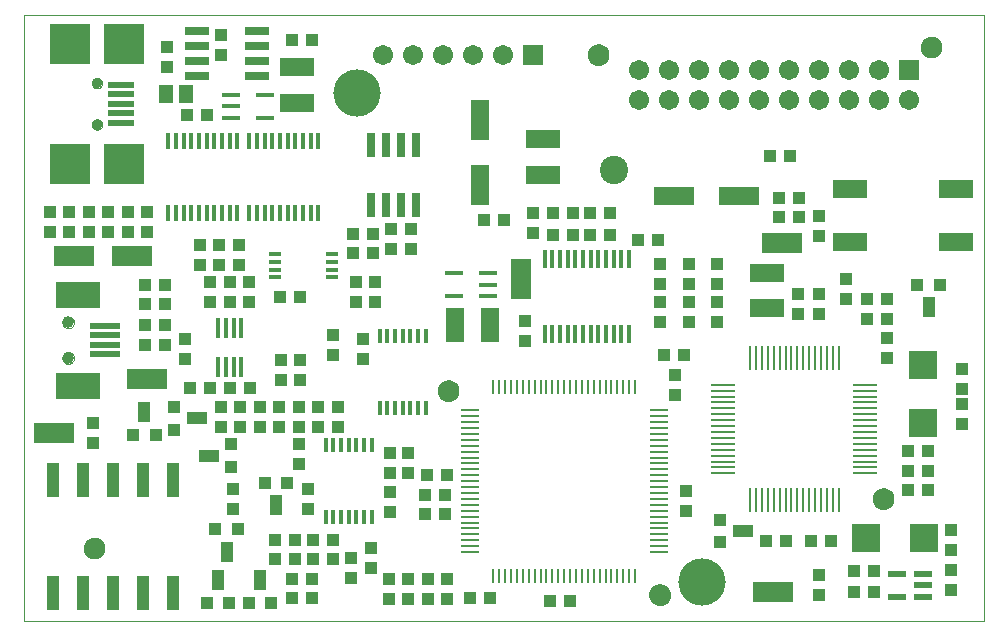
<source format=gts>
G75*
G70*
%OFA0B0*%
%FSLAX24Y24*%
%IPPOS*%
%LPD*%
%AMOC8*
5,1,8,0,0,1.08239X$1,22.5*
%
%ADD10C,0.0010*%
%ADD11C,0.0400*%
%ADD12R,0.0591X0.0157*%
%ADD13R,0.0906X0.0197*%
%ADD14R,0.1378X0.1378*%
%ADD15C,0.0000*%
%ADD16C,0.0354*%
%ADD17R,0.0433X0.0394*%
%ADD18R,0.0591X0.0098*%
%ADD19R,0.0098X0.0492*%
%ADD20R,0.0945X0.0945*%
%ADD21R,0.0591X0.0197*%
%ADD22R,0.0098X0.0787*%
%ADD23R,0.0787X0.0098*%
%ADD24R,0.1496X0.0906*%
%ADD25R,0.0984X0.0217*%
%ADD26C,0.0394*%
%ADD27R,0.0142X0.0512*%
%ADD28R,0.0394X0.0433*%
%ADD29R,0.1142X0.0591*%
%ADD30R,0.0675X0.0675*%
%ADD31C,0.0675*%
%ADD32R,0.0400X0.0400*%
%ADD33R,0.0400X0.0700*%
%ADD34R,0.0700X0.0400*%
%ADD35R,0.0118X0.0591*%
%ADD36R,0.0142X0.0551*%
%ADD37R,0.0512X0.0591*%
%ADD38R,0.0128X0.0709*%
%ADD39R,0.0260X0.0800*%
%ADD40R,0.0591X0.1142*%
%ADD41R,0.0402X0.0161*%
%ADD42R,0.0394X0.1181*%
%ADD43R,0.1181X0.0591*%
%ADD44R,0.1378X0.0591*%
%ADD45R,0.0591X0.1378*%
%ADD46R,0.0700X0.1350*%
%ADD47R,0.1350X0.0700*%
%ADD48C,0.0945*%
%ADD49R,0.0800X0.0260*%
%ADD50C,0.1575*%
D10*
X000450Y000105D02*
X032450Y000105D01*
X032450Y020305D01*
X000450Y020305D01*
X000450Y000105D01*
D11*
X002642Y002505D02*
X002644Y002530D01*
X002650Y002554D01*
X002659Y002577D01*
X002672Y002598D01*
X002688Y002617D01*
X002707Y002633D01*
X002728Y002646D01*
X002751Y002655D01*
X002775Y002661D01*
X002800Y002663D01*
X002825Y002661D01*
X002849Y002655D01*
X002872Y002646D01*
X002893Y002633D01*
X002912Y002617D01*
X002928Y002598D01*
X002941Y002577D01*
X002950Y002554D01*
X002956Y002530D01*
X002958Y002505D01*
X002956Y002480D01*
X002950Y002456D01*
X002941Y002433D01*
X002928Y002412D01*
X002912Y002393D01*
X002893Y002377D01*
X002872Y002364D01*
X002849Y002355D01*
X002825Y002349D01*
X002800Y002347D01*
X002775Y002349D01*
X002751Y002355D01*
X002728Y002364D01*
X002707Y002377D01*
X002688Y002393D01*
X002672Y002412D01*
X002659Y002433D01*
X002650Y002456D01*
X002644Y002480D01*
X002642Y002505D01*
X014442Y007755D02*
X014444Y007780D01*
X014450Y007804D01*
X014459Y007827D01*
X014472Y007848D01*
X014488Y007867D01*
X014507Y007883D01*
X014528Y007896D01*
X014551Y007905D01*
X014575Y007911D01*
X014600Y007913D01*
X014625Y007911D01*
X014649Y007905D01*
X014672Y007896D01*
X014693Y007883D01*
X014712Y007867D01*
X014728Y007848D01*
X014741Y007827D01*
X014750Y007804D01*
X014756Y007780D01*
X014758Y007755D01*
X014756Y007730D01*
X014750Y007706D01*
X014741Y007683D01*
X014728Y007662D01*
X014712Y007643D01*
X014693Y007627D01*
X014672Y007614D01*
X014649Y007605D01*
X014625Y007599D01*
X014600Y007597D01*
X014575Y007599D01*
X014551Y007605D01*
X014528Y007614D01*
X014507Y007627D01*
X014488Y007643D01*
X014472Y007662D01*
X014459Y007683D01*
X014450Y007706D01*
X014444Y007730D01*
X014442Y007755D01*
X021492Y000955D02*
X021494Y000980D01*
X021500Y001004D01*
X021509Y001027D01*
X021522Y001048D01*
X021538Y001067D01*
X021557Y001083D01*
X021578Y001096D01*
X021601Y001105D01*
X021625Y001111D01*
X021650Y001113D01*
X021675Y001111D01*
X021699Y001105D01*
X021722Y001096D01*
X021743Y001083D01*
X021762Y001067D01*
X021778Y001048D01*
X021791Y001027D01*
X021800Y001004D01*
X021806Y000980D01*
X021808Y000955D01*
X021806Y000930D01*
X021800Y000906D01*
X021791Y000883D01*
X021778Y000862D01*
X021762Y000843D01*
X021743Y000827D01*
X021722Y000814D01*
X021699Y000805D01*
X021675Y000799D01*
X021650Y000797D01*
X021625Y000799D01*
X021601Y000805D01*
X021578Y000814D01*
X021557Y000827D01*
X021538Y000843D01*
X021522Y000862D01*
X021509Y000883D01*
X021500Y000906D01*
X021494Y000930D01*
X021492Y000955D01*
X028942Y004155D02*
X028944Y004180D01*
X028950Y004204D01*
X028959Y004227D01*
X028972Y004248D01*
X028988Y004267D01*
X029007Y004283D01*
X029028Y004296D01*
X029051Y004305D01*
X029075Y004311D01*
X029100Y004313D01*
X029125Y004311D01*
X029149Y004305D01*
X029172Y004296D01*
X029193Y004283D01*
X029212Y004267D01*
X029228Y004248D01*
X029241Y004227D01*
X029250Y004204D01*
X029256Y004180D01*
X029258Y004155D01*
X029256Y004130D01*
X029250Y004106D01*
X029241Y004083D01*
X029228Y004062D01*
X029212Y004043D01*
X029193Y004027D01*
X029172Y004014D01*
X029149Y004005D01*
X029125Y003999D01*
X029100Y003997D01*
X029075Y003999D01*
X029051Y004005D01*
X029028Y004014D01*
X029007Y004027D01*
X028988Y004043D01*
X028972Y004062D01*
X028959Y004083D01*
X028950Y004106D01*
X028944Y004130D01*
X028942Y004155D01*
X019442Y018955D02*
X019444Y018980D01*
X019450Y019004D01*
X019459Y019027D01*
X019472Y019048D01*
X019488Y019067D01*
X019507Y019083D01*
X019528Y019096D01*
X019551Y019105D01*
X019575Y019111D01*
X019600Y019113D01*
X019625Y019111D01*
X019649Y019105D01*
X019672Y019096D01*
X019693Y019083D01*
X019712Y019067D01*
X019728Y019048D01*
X019741Y019027D01*
X019750Y019004D01*
X019756Y018980D01*
X019758Y018955D01*
X019756Y018930D01*
X019750Y018906D01*
X019741Y018883D01*
X019728Y018862D01*
X019712Y018843D01*
X019693Y018827D01*
X019672Y018814D01*
X019649Y018805D01*
X019625Y018799D01*
X019600Y018797D01*
X019575Y018799D01*
X019551Y018805D01*
X019528Y018814D01*
X019507Y018827D01*
X019488Y018843D01*
X019472Y018862D01*
X019459Y018883D01*
X019450Y018906D01*
X019444Y018930D01*
X019442Y018955D01*
X030542Y019205D02*
X030544Y019230D01*
X030550Y019254D01*
X030559Y019277D01*
X030572Y019298D01*
X030588Y019317D01*
X030607Y019333D01*
X030628Y019346D01*
X030651Y019355D01*
X030675Y019361D01*
X030700Y019363D01*
X030725Y019361D01*
X030749Y019355D01*
X030772Y019346D01*
X030793Y019333D01*
X030812Y019317D01*
X030828Y019298D01*
X030841Y019277D01*
X030850Y019254D01*
X030856Y019230D01*
X030858Y019205D01*
X030856Y019180D01*
X030850Y019156D01*
X030841Y019133D01*
X030828Y019112D01*
X030812Y019093D01*
X030793Y019077D01*
X030772Y019064D01*
X030749Y019055D01*
X030725Y019049D01*
X030700Y019047D01*
X030675Y019049D01*
X030651Y019055D01*
X030628Y019064D01*
X030607Y019077D01*
X030588Y019093D01*
X030572Y019112D01*
X030559Y019133D01*
X030550Y019156D01*
X030544Y019180D01*
X030542Y019205D01*
D12*
X015910Y011683D03*
X015910Y011309D03*
X015910Y010935D03*
X014788Y010935D03*
X014788Y011683D03*
X008462Y016877D03*
X007340Y016877D03*
X007340Y017251D03*
X007340Y017625D03*
X008462Y017625D03*
D13*
X003687Y017648D03*
X003687Y017962D03*
X003687Y017333D03*
X003687Y017018D03*
X003687Y016703D03*
D14*
X003766Y015325D03*
X001994Y015325D03*
X001994Y019340D03*
X003766Y019340D03*
D15*
X002703Y018022D02*
X002705Y018048D01*
X002711Y018074D01*
X002721Y018099D01*
X002734Y018122D01*
X002750Y018142D01*
X002770Y018160D01*
X002792Y018175D01*
X002815Y018187D01*
X002841Y018195D01*
X002867Y018199D01*
X002893Y018199D01*
X002919Y018195D01*
X002945Y018187D01*
X002969Y018175D01*
X002990Y018160D01*
X003010Y018142D01*
X003026Y018122D01*
X003039Y018099D01*
X003049Y018074D01*
X003055Y018048D01*
X003057Y018022D01*
X003055Y017996D01*
X003049Y017970D01*
X003039Y017945D01*
X003026Y017922D01*
X003010Y017902D01*
X002990Y017884D01*
X002968Y017869D01*
X002945Y017857D01*
X002919Y017849D01*
X002893Y017845D01*
X002867Y017845D01*
X002841Y017849D01*
X002815Y017857D01*
X002791Y017869D01*
X002770Y017884D01*
X002750Y017902D01*
X002734Y017922D01*
X002721Y017945D01*
X002711Y017970D01*
X002705Y017996D01*
X002703Y018022D01*
X002703Y016644D02*
X002705Y016670D01*
X002711Y016696D01*
X002721Y016721D01*
X002734Y016744D01*
X002750Y016764D01*
X002770Y016782D01*
X002792Y016797D01*
X002815Y016809D01*
X002841Y016817D01*
X002867Y016821D01*
X002893Y016821D01*
X002919Y016817D01*
X002945Y016809D01*
X002969Y016797D01*
X002990Y016782D01*
X003010Y016764D01*
X003026Y016744D01*
X003039Y016721D01*
X003049Y016696D01*
X003055Y016670D01*
X003057Y016644D01*
X003055Y016618D01*
X003049Y016592D01*
X003039Y016567D01*
X003026Y016544D01*
X003010Y016524D01*
X002990Y016506D01*
X002968Y016491D01*
X002945Y016479D01*
X002919Y016471D01*
X002893Y016467D01*
X002867Y016467D01*
X002841Y016471D01*
X002815Y016479D01*
X002791Y016491D01*
X002770Y016506D01*
X002750Y016524D01*
X002734Y016544D01*
X002721Y016567D01*
X002711Y016592D01*
X002705Y016618D01*
X002703Y016644D01*
X001720Y010046D02*
X001722Y010073D01*
X001728Y010100D01*
X001737Y010126D01*
X001750Y010150D01*
X001766Y010173D01*
X001785Y010192D01*
X001807Y010209D01*
X001831Y010223D01*
X001856Y010233D01*
X001883Y010240D01*
X001910Y010243D01*
X001938Y010242D01*
X001965Y010237D01*
X001991Y010229D01*
X002015Y010217D01*
X002038Y010201D01*
X002059Y010183D01*
X002076Y010162D01*
X002091Y010138D01*
X002102Y010113D01*
X002110Y010087D01*
X002114Y010060D01*
X002114Y010032D01*
X002110Y010005D01*
X002102Y009979D01*
X002091Y009954D01*
X002076Y009930D01*
X002059Y009909D01*
X002038Y009891D01*
X002016Y009875D01*
X001991Y009863D01*
X001965Y009855D01*
X001938Y009850D01*
X001910Y009849D01*
X001883Y009852D01*
X001856Y009859D01*
X001831Y009869D01*
X001807Y009883D01*
X001785Y009900D01*
X001766Y009919D01*
X001750Y009942D01*
X001737Y009966D01*
X001728Y009992D01*
X001722Y010019D01*
X001720Y010046D01*
X001720Y008864D02*
X001722Y008891D01*
X001728Y008918D01*
X001737Y008944D01*
X001750Y008968D01*
X001766Y008991D01*
X001785Y009010D01*
X001807Y009027D01*
X001831Y009041D01*
X001856Y009051D01*
X001883Y009058D01*
X001910Y009061D01*
X001938Y009060D01*
X001965Y009055D01*
X001991Y009047D01*
X002015Y009035D01*
X002038Y009019D01*
X002059Y009001D01*
X002076Y008980D01*
X002091Y008956D01*
X002102Y008931D01*
X002110Y008905D01*
X002114Y008878D01*
X002114Y008850D01*
X002110Y008823D01*
X002102Y008797D01*
X002091Y008772D01*
X002076Y008748D01*
X002059Y008727D01*
X002038Y008709D01*
X002016Y008693D01*
X001991Y008681D01*
X001965Y008673D01*
X001938Y008668D01*
X001910Y008667D01*
X001883Y008670D01*
X001856Y008677D01*
X001831Y008687D01*
X001807Y008701D01*
X001785Y008718D01*
X001766Y008737D01*
X001750Y008760D01*
X001737Y008784D01*
X001728Y008810D01*
X001722Y008837D01*
X001720Y008864D01*
D16*
X002880Y016644D03*
X002880Y018022D03*
D17*
X005200Y018570D03*
X005200Y019240D03*
X007000Y018970D03*
X007000Y019640D03*
X004550Y013740D03*
X003900Y013740D03*
X003250Y013740D03*
X002600Y013740D03*
X001950Y013740D03*
X001300Y013740D03*
X001300Y013070D03*
X001950Y013070D03*
X002600Y013070D03*
X003250Y013070D03*
X003900Y013070D03*
X004550Y013070D03*
X006300Y012640D03*
X006950Y012640D03*
X007600Y012640D03*
X007600Y011970D03*
X006950Y011970D03*
X006300Y011970D03*
X006650Y011390D03*
X007300Y011390D03*
X007950Y011390D03*
X007950Y010720D03*
X007300Y010720D03*
X006650Y010720D03*
X005800Y009490D03*
X005800Y008820D03*
X007000Y007240D03*
X007650Y007240D03*
X008300Y007240D03*
X008950Y007240D03*
X009600Y007240D03*
X010250Y007240D03*
X010900Y007240D03*
X010900Y006570D03*
X010250Y006570D03*
X009600Y006570D03*
X008950Y006570D03*
X008300Y006570D03*
X007650Y006570D03*
X007000Y006570D03*
X009000Y008120D03*
X009650Y008120D03*
X009650Y008790D03*
X009000Y008790D03*
X010750Y008970D03*
X010750Y009640D03*
X011750Y009490D03*
X011750Y008820D03*
X011500Y010720D03*
X012150Y010720D03*
X012150Y011390D03*
X011500Y011390D03*
X017150Y010090D03*
X017150Y009420D03*
X021650Y010070D03*
X022600Y010070D03*
X022600Y010740D03*
X022600Y011320D03*
X021650Y011320D03*
X021650Y010740D03*
X021650Y011990D03*
X022600Y011990D03*
X023550Y011990D03*
X023550Y011320D03*
X023550Y010740D03*
X023550Y010070D03*
X026250Y010320D03*
X026950Y010320D03*
X026950Y010990D03*
X026250Y010990D03*
X027850Y010820D03*
X028550Y010840D03*
X029200Y010840D03*
X029200Y010170D03*
X028550Y010170D03*
X029200Y009540D03*
X029200Y008870D03*
X031700Y008490D03*
X031700Y007820D03*
X031700Y007340D03*
X031700Y006670D03*
X031350Y003140D03*
X031350Y002470D03*
X031350Y001790D03*
X031350Y001120D03*
X026950Y000970D03*
X026950Y001640D03*
X022500Y003770D03*
X022500Y004440D03*
X022150Y007620D03*
X022150Y008290D03*
X027850Y011490D03*
X026950Y012920D03*
X026950Y013590D03*
X017400Y013690D03*
X017400Y013020D03*
X009600Y005990D03*
X009600Y005320D03*
X009900Y004490D03*
X009900Y003820D03*
X011350Y002190D03*
X012000Y001870D03*
X012600Y001490D03*
X013250Y001490D03*
X013900Y001490D03*
X014550Y001490D03*
X014550Y000820D03*
X013900Y000820D03*
X013250Y000820D03*
X012600Y000820D03*
X011350Y001520D03*
X012000Y002540D03*
X012650Y003720D03*
X012650Y004390D03*
X012650Y005020D03*
X013250Y005020D03*
X013250Y005690D03*
X012650Y005690D03*
X007400Y004490D03*
X007400Y003820D03*
X002750Y006020D03*
X002750Y006690D03*
D18*
X015300Y006724D03*
X015300Y006920D03*
X015300Y007117D03*
X015300Y006527D03*
X015300Y006330D03*
X015300Y006133D03*
X015300Y005936D03*
X015300Y005739D03*
X015300Y005542D03*
X015300Y005346D03*
X015300Y005149D03*
X015300Y004952D03*
X015300Y004755D03*
X015300Y004558D03*
X015300Y004361D03*
X015300Y004164D03*
X015300Y003968D03*
X015300Y003771D03*
X015300Y003574D03*
X015300Y003377D03*
X015300Y003180D03*
X015300Y002983D03*
X015300Y002786D03*
X015300Y002590D03*
X015300Y002393D03*
X021600Y002393D03*
X021600Y002590D03*
X021600Y002786D03*
X021600Y002983D03*
X021600Y003180D03*
X021600Y003377D03*
X021600Y003574D03*
X021600Y003771D03*
X021600Y003968D03*
X021600Y004164D03*
X021600Y004361D03*
X021600Y004558D03*
X021600Y004755D03*
X021600Y004952D03*
X021600Y005149D03*
X021600Y005346D03*
X021600Y005542D03*
X021600Y005739D03*
X021600Y005936D03*
X021600Y006133D03*
X021600Y006330D03*
X021600Y006527D03*
X021600Y006724D03*
X021600Y006920D03*
X021600Y007117D03*
D19*
X020812Y007905D03*
X020615Y007905D03*
X020419Y007905D03*
X020222Y007905D03*
X020025Y007905D03*
X019828Y007905D03*
X019631Y007905D03*
X019434Y007905D03*
X019237Y007905D03*
X019041Y007905D03*
X018844Y007905D03*
X018647Y007905D03*
X018450Y007905D03*
X018253Y007905D03*
X018056Y007905D03*
X017859Y007905D03*
X017663Y007905D03*
X017466Y007905D03*
X017269Y007905D03*
X017072Y007905D03*
X016875Y007905D03*
X016678Y007905D03*
X016481Y007905D03*
X016285Y007905D03*
X016088Y007905D03*
X016088Y001605D03*
X016285Y001605D03*
X016481Y001605D03*
X016678Y001605D03*
X016875Y001605D03*
X017072Y001605D03*
X017269Y001605D03*
X017466Y001605D03*
X017663Y001605D03*
X017859Y001605D03*
X018056Y001605D03*
X018253Y001605D03*
X018450Y001605D03*
X018647Y001605D03*
X018844Y001605D03*
X019041Y001605D03*
X019237Y001605D03*
X019434Y001605D03*
X019631Y001605D03*
X019828Y001605D03*
X020025Y001605D03*
X020222Y001605D03*
X020419Y001605D03*
X020615Y001605D03*
X020812Y001605D03*
D20*
X028500Y002855D03*
X030429Y002855D03*
X030400Y006705D03*
X030400Y008634D03*
D21*
X030400Y001653D03*
X030400Y001279D03*
X030400Y000905D03*
X029534Y000905D03*
X029534Y001653D03*
D22*
X027600Y004131D03*
X027403Y004131D03*
X027206Y004131D03*
X027009Y004131D03*
X026813Y004131D03*
X026616Y004131D03*
X026419Y004131D03*
X026222Y004131D03*
X026025Y004131D03*
X025828Y004131D03*
X025631Y004131D03*
X025435Y004131D03*
X025238Y004131D03*
X025041Y004131D03*
X024844Y004131D03*
X024647Y004131D03*
X024647Y008855D03*
X024844Y008855D03*
X025041Y008855D03*
X025238Y008855D03*
X025435Y008855D03*
X025631Y008855D03*
X025828Y008855D03*
X026025Y008855D03*
X026222Y008855D03*
X026419Y008855D03*
X026616Y008855D03*
X026813Y008855D03*
X027009Y008855D03*
X027206Y008855D03*
X027403Y008855D03*
X027600Y008855D03*
D23*
X028486Y007969D03*
X028486Y007772D03*
X028486Y007575D03*
X028486Y007379D03*
X028486Y007182D03*
X028486Y006985D03*
X028486Y006788D03*
X028486Y006591D03*
X028486Y006394D03*
X028486Y006198D03*
X028486Y006001D03*
X028486Y005804D03*
X028486Y005607D03*
X028486Y005410D03*
X028486Y005213D03*
X028486Y005016D03*
X023761Y005016D03*
X023761Y005213D03*
X023761Y005410D03*
X023761Y005607D03*
X023761Y005804D03*
X023761Y006001D03*
X023761Y006198D03*
X023761Y006394D03*
X023761Y006591D03*
X023761Y006788D03*
X023761Y006985D03*
X023761Y007182D03*
X023761Y007379D03*
X023761Y007575D03*
X023761Y007772D03*
X023761Y007969D03*
D24*
X002252Y007939D03*
X002252Y010971D03*
D25*
X003157Y009927D03*
X003157Y009612D03*
X003157Y009298D03*
X003157Y008983D03*
D26*
X001917Y008864D03*
X001917Y010046D03*
D27*
X010500Y005955D03*
X010756Y005955D03*
X011012Y005955D03*
X011268Y005955D03*
X011524Y005955D03*
X011780Y005955D03*
X012035Y005955D03*
X012300Y007205D03*
X012556Y007205D03*
X012812Y007205D03*
X013068Y007205D03*
X013324Y007205D03*
X013580Y007205D03*
X013835Y007205D03*
X013835Y009605D03*
X013580Y009605D03*
X013324Y009605D03*
X013068Y009605D03*
X012812Y009605D03*
X012556Y009605D03*
X012300Y009605D03*
X012035Y003555D03*
X011780Y003555D03*
X011524Y003555D03*
X011268Y003555D03*
X011012Y003555D03*
X010756Y003555D03*
X010500Y003555D03*
D28*
X010735Y002805D03*
X010065Y002805D03*
X009485Y002805D03*
X008815Y002805D03*
X008815Y002155D03*
X009485Y002155D03*
X010065Y002155D03*
X010735Y002155D03*
X010035Y001505D03*
X009365Y001505D03*
X009365Y000855D03*
X010035Y000855D03*
X013815Y003655D03*
X013815Y004305D03*
X014485Y004305D03*
X014485Y003655D03*
X014535Y004955D03*
X013865Y004955D03*
X007985Y007855D03*
X007315Y007855D03*
X006635Y007855D03*
X005965Y007855D03*
X005135Y009305D03*
X004465Y009305D03*
X004465Y009955D03*
X005135Y009955D03*
X005135Y010655D03*
X004465Y010655D03*
X004465Y011305D03*
X005135Y011305D03*
X008965Y010905D03*
X009635Y010905D03*
X011415Y012355D03*
X011415Y013005D03*
X012085Y013005D03*
X012665Y013155D03*
X013335Y013155D03*
X013335Y012505D03*
X012665Y012505D03*
X012085Y012355D03*
X015765Y013455D03*
X016435Y013455D03*
X018065Y013705D03*
X018735Y013705D03*
X019315Y013705D03*
X019985Y013705D03*
X019985Y012955D03*
X019315Y012955D03*
X018735Y012955D03*
X018065Y012955D03*
X020915Y012805D03*
X021585Y012805D03*
X025615Y013555D03*
X025615Y014205D03*
X026285Y014205D03*
X026285Y013555D03*
X025985Y015605D03*
X025315Y015605D03*
X022435Y008955D03*
X021765Y008955D03*
X029915Y005755D03*
X030585Y005755D03*
X030585Y005105D03*
X029915Y005105D03*
X029915Y004455D03*
X030585Y004455D03*
X027335Y002755D03*
X026665Y002755D03*
X025835Y002755D03*
X025165Y002755D03*
X028115Y001755D03*
X028785Y001755D03*
X028785Y001055D03*
X028115Y001055D03*
X018635Y000755D03*
X017965Y000755D03*
X015985Y000855D03*
X015315Y000855D03*
X006535Y016955D03*
X005865Y016955D03*
X009365Y019455D03*
X010035Y019455D03*
D29*
X009550Y018546D03*
X009550Y017364D03*
X017750Y016146D03*
X017750Y014964D03*
X025200Y011696D03*
X025200Y010514D03*
D30*
X029950Y018455D03*
X017400Y018955D03*
D31*
X016400Y018955D03*
X015400Y018955D03*
X014400Y018955D03*
X013400Y018955D03*
X012400Y018955D03*
X020950Y018455D03*
X021950Y018455D03*
X022950Y018455D03*
X023950Y018455D03*
X024950Y018455D03*
X025950Y018455D03*
X026950Y018455D03*
X027950Y018455D03*
X028950Y018455D03*
X028950Y017455D03*
X027950Y017455D03*
X026950Y017455D03*
X025950Y017455D03*
X024950Y017455D03*
X023950Y017455D03*
X022950Y017455D03*
X021950Y017455D03*
X020950Y017455D03*
X029950Y017455D03*
D32*
X030220Y011305D03*
X030970Y011305D03*
X023650Y003475D03*
X023650Y002725D03*
X009220Y004705D03*
X008470Y004705D03*
X007350Y005235D03*
X007350Y005985D03*
X005450Y006475D03*
X004830Y006305D03*
X004080Y006305D03*
X005450Y007225D03*
X006820Y003155D03*
X007570Y003155D03*
X007280Y000705D03*
X007930Y000705D03*
X008680Y000705D03*
X006530Y000705D03*
D33*
X006905Y001455D03*
X007195Y002405D03*
X008305Y001455D03*
X008845Y003955D03*
X004455Y007055D03*
X030595Y010555D03*
D34*
X024400Y003100D03*
X006600Y005610D03*
X006200Y006850D03*
D35*
X017798Y009645D03*
X018054Y009645D03*
X018310Y009645D03*
X018566Y009645D03*
X018822Y009645D03*
X019078Y009645D03*
X019334Y009645D03*
X019590Y009645D03*
X019846Y009645D03*
X020102Y009645D03*
X020357Y009645D03*
X020613Y009645D03*
X020613Y012165D03*
X020357Y012165D03*
X020102Y012165D03*
X019846Y012165D03*
X019590Y012165D03*
X019334Y012165D03*
X019078Y012165D03*
X018822Y012165D03*
X018566Y012165D03*
X018310Y012165D03*
X018054Y012165D03*
X017798Y012165D03*
D36*
X010253Y013705D03*
X009997Y013705D03*
X009741Y013705D03*
X009485Y013705D03*
X009230Y013705D03*
X008974Y013705D03*
X008718Y013705D03*
X008462Y013705D03*
X008206Y013705D03*
X007950Y013705D03*
X007553Y013705D03*
X007297Y013705D03*
X007041Y013705D03*
X006785Y013705D03*
X006530Y013705D03*
X006274Y013705D03*
X006018Y013705D03*
X005762Y013705D03*
X005506Y013705D03*
X005250Y013705D03*
X005250Y016105D03*
X005506Y016105D03*
X005762Y016105D03*
X006018Y016105D03*
X006274Y016105D03*
X006530Y016105D03*
X006785Y016105D03*
X007041Y016105D03*
X007297Y016105D03*
X007553Y016105D03*
X007950Y016105D03*
X008206Y016105D03*
X008462Y016105D03*
X008718Y016105D03*
X008974Y016105D03*
X009230Y016105D03*
X009485Y016105D03*
X009741Y016105D03*
X009997Y016105D03*
X010253Y016105D03*
D37*
X005835Y017655D03*
X005165Y017655D03*
D38*
X006916Y009855D03*
X007172Y009855D03*
X007428Y009855D03*
X007684Y009855D03*
X007684Y008555D03*
X007428Y008555D03*
X007172Y008555D03*
X006916Y008555D03*
D39*
X012000Y013955D03*
X012500Y013955D03*
X013000Y013955D03*
X013500Y013955D03*
X013500Y015955D03*
X013000Y015955D03*
X012500Y015955D03*
X012000Y015955D03*
D40*
X014809Y009955D03*
X015991Y009955D03*
D41*
X010700Y011555D03*
X010700Y011811D03*
X010700Y012067D03*
X010700Y012323D03*
X008810Y012323D03*
X008810Y012067D03*
X008810Y011811D03*
X008810Y011555D03*
D42*
X005400Y004787D03*
X004400Y004787D03*
X003400Y004787D03*
X002400Y004787D03*
X001400Y004787D03*
X001400Y001023D03*
X002400Y001023D03*
X003400Y001023D03*
X004400Y001023D03*
X005400Y001023D03*
D43*
X027978Y012719D03*
X027978Y014491D03*
X031522Y014491D03*
X031522Y012719D03*
D44*
X024283Y014255D03*
X022117Y014255D03*
D45*
X015650Y014622D03*
X015650Y016788D03*
D46*
X017000Y011505D03*
D47*
X025700Y012705D03*
X025400Y001055D03*
X004550Y008155D03*
X001450Y006355D03*
X002100Y012255D03*
X004050Y012255D03*
D48*
X020115Y015140D03*
D49*
X008200Y018255D03*
X008200Y018755D03*
X008200Y019255D03*
X008200Y019755D03*
X006200Y019755D03*
X006200Y019255D03*
X006200Y018755D03*
X006200Y018255D03*
D50*
X011550Y017705D03*
X023050Y001405D03*
M02*

</source>
